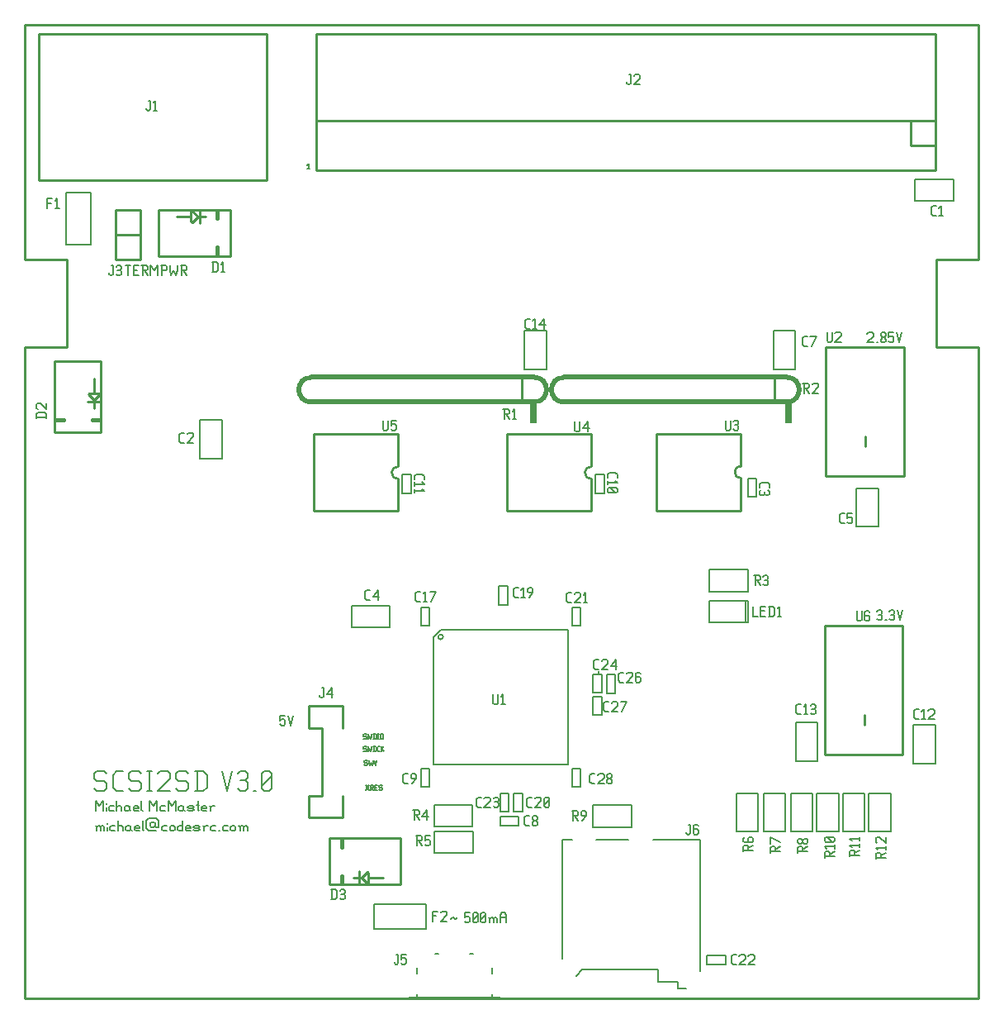
<source format=gto>
G04 start of page 13 for group -4079 idx -4079 *
G04 Title: (unknown), topsilk *
G04 Creator: pcb 20110918 *
G04 CreationDate: Thu 03 Oct 2013 10:13:16 GMT UTC *
G04 For: michael *
G04 Format: Gerber/RS-274X *
G04 PCB-Dimensions: 386000 393500 *
G04 PCB-Coordinate-Origin: lower left *
%MOIN*%
%FSLAX25Y25*%
%LNTOPSILK*%
%ADD155C,0.0200*%
%ADD154C,0.0060*%
%ADD153C,0.0100*%
%ADD152C,0.0080*%
%ADD151C,0.0001*%
G54D151*G36*
X307500Y241000D02*X310000D01*
Y232500D01*
X307500D01*
Y241000D01*
G37*
G36*
X204500Y240500D02*X207000D01*
Y232500D01*
X204500D01*
Y240500D01*
G37*
G54D152*X232000Y131500D02*Y132500D01*
G54D153*X368500Y263000D02*Y298500D01*
X385500Y393000D02*Y298500D01*
X368500D01*
Y263000D02*X385500D01*
Y500D01*
X17500Y298500D02*Y263000D01*
X385500Y500D02*X500D01*
Y263000D01*
Y298500D02*Y393000D01*
Y263000D02*X17500D01*
Y298500D02*X500D01*
Y393000D02*X385500D01*
G54D154*X344500Y156500D02*X345000Y157000D01*
X346000D01*
X346500Y156500D01*
X346000Y153000D02*X346500Y153500D01*
X345000Y153000D02*X346000D01*
X344500Y153500D02*X345000Y153000D01*
Y155200D02*X346000D01*
X346500Y156500D02*Y155700D01*
Y154700D02*Y153500D01*
Y154700D02*X346000Y155200D01*
X346500Y155700D02*X346000Y155200D01*
X347700Y153000D02*X348200D01*
X349400Y156500D02*X349900Y157000D01*
X350900D01*
X351400Y156500D01*
X350900Y153000D02*X351400Y153500D01*
X349900Y153000D02*X350900D01*
X349400Y153500D02*X349900Y153000D01*
Y155200D02*X350900D01*
X351400Y156500D02*Y155700D01*
Y154700D02*Y153500D01*
Y154700D02*X350900Y155200D01*
X351400Y155700D02*X350900Y155200D01*
X352600Y157000D02*X353600Y153000D01*
X354600Y157000D01*
X340500Y268500D02*X341000Y269000D01*
X342500D01*
X343000Y268500D01*
Y267500D01*
X340500Y265000D02*X343000Y267500D01*
X340500Y265000D02*X343000D01*
X344200D02*X344700D01*
X345900Y265500D02*X346400Y265000D01*
X345900Y266300D02*Y265500D01*
Y266300D02*X346600Y267000D01*
X347200D01*
X347900Y266300D01*
Y265500D01*
X347400Y265000D02*X347900Y265500D01*
X346400Y265000D02*X347400D01*
X345900Y267700D02*X346600Y267000D01*
X345900Y268500D02*Y267700D01*
Y268500D02*X346400Y269000D01*
X347400D01*
X347900Y268500D01*
Y267700D01*
X347200Y267000D02*X347900Y267700D01*
X349100Y269000D02*X351100D01*
X349100D02*Y267000D01*
X349600Y267500D01*
X350600D01*
X351100Y267000D01*
Y265500D01*
X350600Y265000D02*X351100Y265500D01*
X349600Y265000D02*X350600D01*
X349100Y265500D02*X349600Y265000D01*
X352300Y269000D02*X353300Y265000D01*
X354300Y269000D01*
X114500Y336600D02*X114900Y337000D01*
Y335000D01*
X114500D02*X115250D01*
X41000Y296000D02*X43000D01*
X42000D02*Y292000D01*
X44200Y294200D02*X45700D01*
X44200Y292000D02*X46200D01*
X44200Y296000D02*Y292000D01*
Y296000D02*X46200D01*
X47400D02*X49400D01*
X49900Y295500D01*
Y294500D01*
X49400Y294000D02*X49900Y294500D01*
X47900Y294000D02*X49400D01*
X47900Y296000D02*Y292000D01*
X48700Y294000D02*X49900Y292000D01*
X51100Y296000D02*Y292000D01*
Y296000D02*X52600Y294000D01*
X54100Y296000D01*
Y292000D01*
X55800Y296000D02*Y292000D01*
X55300Y296000D02*X57300D01*
X57800Y295500D01*
Y294500D01*
X57300Y294000D02*X57800Y294500D01*
X55800Y294000D02*X57300D01*
X59000Y296000D02*Y294000D01*
X59500Y292000D01*
X60500Y294000D01*
X61500Y292000D01*
X62000Y294000D01*
Y296000D02*Y294000D01*
X63200Y296000D02*X65200D01*
X65700Y295500D01*
Y294500D01*
X65200Y294000D02*X65700Y294500D01*
X63700Y294000D02*X65200D01*
X63700Y296000D02*Y292000D01*
X64500Y294000D02*X65700Y292000D01*
X103500Y114500D02*X105500D01*
X103500D02*Y112500D01*
X104000Y113000D01*
X105000D01*
X105500Y112500D01*
Y111000D01*
X105000Y110500D02*X105500Y111000D01*
X104000Y110500D02*X105000D01*
X103500Y111000D02*X104000Y110500D01*
X106700Y114500D02*X107700Y110500D01*
X108700Y114500D01*
X138000Y107000D02*X138250Y106750D01*
X137250Y107000D02*X138000D01*
X137000Y106750D02*X137250Y107000D01*
X137000Y106750D02*Y106250D01*
X137250Y106000D01*
X138000D01*
X138250Y105750D01*
Y105250D01*
X138000Y105000D02*X138250Y105250D01*
X137250Y105000D02*X138000D01*
X137000Y105250D02*X137250Y105000D01*
X138850Y107000D02*Y106000D01*
X139100Y105000D01*
X139600Y106000D01*
X140100Y105000D01*
X140350Y106000D01*
Y107000D02*Y106000D01*
X141200Y107000D02*Y105000D01*
X141850Y107000D02*X142200Y106650D01*
Y105350D01*
X141850Y105000D02*X142200Y105350D01*
X140950Y105000D02*X141850D01*
X140950Y107000D02*X141850D01*
X142800D02*X143300D01*
X143050D02*Y105000D01*
X142800D02*X143300D01*
X143900Y106750D02*Y105250D01*
Y106750D02*X144150Y107000D01*
X144650D01*
X144900Y106750D01*
Y105250D01*
X144650Y105000D02*X144900Y105250D01*
X144150Y105000D02*X144650D01*
X143900Y105250D02*X144150Y105000D01*
X138000Y102000D02*X138250Y101750D01*
X137250Y102000D02*X138000D01*
X137000Y101750D02*X137250Y102000D01*
X137000Y101750D02*Y101250D01*
X137250Y101000D01*
X138000D01*
X138250Y100750D01*
Y100250D01*
X138000Y100000D02*X138250Y100250D01*
X137250Y100000D02*X138000D01*
X137000Y100250D02*X137250Y100000D01*
X138850Y102000D02*Y101000D01*
X139100Y100000D01*
X139600Y101000D01*
X140100Y100000D01*
X140350Y101000D01*
Y102000D02*Y101000D01*
X141200Y102000D02*Y100000D01*
X141850Y102000D02*X142200Y101650D01*
Y100350D01*
X141850Y100000D02*X142200Y100350D01*
X140950Y100000D02*X141850D01*
X140950Y102000D02*X141850D01*
X143150Y100000D02*X143800D01*
X142800Y100350D02*X143150Y100000D01*
X142800Y101650D02*Y100350D01*
Y101650D02*X143150Y102000D01*
X143800D01*
X144400D02*Y100000D01*
Y101000D02*X145400Y102000D01*
X144400Y101000D02*X145400Y100000D01*
X138000Y84500D02*X139250Y86500D01*
X138000D02*X139250Y84500D01*
X139850Y86500D02*X140850D01*
X141100Y86250D01*
Y85750D01*
X140850Y85500D02*X141100Y85750D01*
X140100Y85500D02*X140850D01*
X140100Y86500D02*Y84500D01*
X140500Y85500D02*X141100Y84500D01*
X141700Y85600D02*X142450D01*
X141700Y84500D02*X142700D01*
X141700Y86500D02*Y84500D01*
Y86500D02*X142700D01*
X144300D02*X144550Y86250D01*
X143550Y86500D02*X144300D01*
X143300Y86250D02*X143550Y86500D01*
X143300Y86250D02*Y85750D01*
X143550Y85500D01*
X144300D01*
X144550Y85250D01*
Y84750D01*
X144300Y84500D02*X144550Y84750D01*
X143550Y84500D02*X144300D01*
X143300Y84750D02*X143550Y84500D01*
X138500Y96500D02*X138750Y96250D01*
X137750Y96500D02*X138500D01*
X137500Y96250D02*X137750Y96500D01*
X137500Y96250D02*Y95750D01*
X137750Y95500D01*
X138500D01*
X138750Y95250D01*
Y94750D01*
X138500Y94500D02*X138750Y94750D01*
X137750Y94500D02*X138500D01*
X137500Y94750D02*X137750Y94500D01*
X139350Y96500D02*Y95500D01*
X139600Y94500D01*
X140100Y95500D01*
X140600Y94500D01*
X140850Y95500D01*
Y96500D02*Y95500D01*
X141450Y96500D02*X141950Y94500D01*
X142450Y96500D01*
X172500Y32500D02*X173000Y33000D01*
X173500D01*
X174000Y32500D01*
X174500D01*
X175000Y33000D01*
X178000Y35000D02*X180000D01*
X178000D02*Y33000D01*
X178500Y33500D01*
X179500D01*
X180000Y33000D01*
Y31500D01*
X179500Y31000D02*X180000Y31500D01*
X178500Y31000D02*X179500D01*
X178000Y31500D02*X178500Y31000D01*
X181200Y31500D02*X181700Y31000D01*
X181200Y34500D02*Y31500D01*
Y34500D02*X181700Y35000D01*
X182700D01*
X183200Y34500D01*
Y31500D01*
X182700Y31000D02*X183200Y31500D01*
X181700Y31000D02*X182700D01*
X181200Y32000D02*X183200Y34000D01*
X184400Y31500D02*X184900Y31000D01*
X184400Y34500D02*Y31500D01*
Y34500D02*X184900Y35000D01*
X185900D01*
X186400Y34500D01*
Y31500D01*
X185900Y31000D02*X186400Y31500D01*
X184900Y31000D02*X185900D01*
X184400Y32000D02*X186400Y34000D01*
X188100Y32500D02*Y31000D01*
Y32500D02*X188600Y33000D01*
X189100D01*
X189600Y32500D01*
Y31000D01*
Y32500D02*X190100Y33000D01*
X190600D01*
X191100Y32500D01*
Y31000D01*
X187600Y33000D02*X188100Y32500D01*
X192300Y34000D02*Y31000D01*
Y34000D02*X193000Y35000D01*
X194100D01*
X194800Y34000D01*
Y31000D01*
X192300Y33000D02*X194800D01*
G54D152*X32500Y92000D02*X33500Y91000D01*
X29500Y92000D02*X32500D01*
X28500Y91000D02*X29500Y92000D01*
X28500Y91000D02*Y89000D01*
X29500Y88000D01*
X32500D01*
X33500Y87000D01*
Y85000D01*
X32500Y84000D02*X33500Y85000D01*
X29500Y84000D02*X32500D01*
X28500Y85000D02*X29500Y84000D01*
X37300D02*X39900D01*
X35900Y85400D02*X37300Y84000D01*
X35900Y90600D02*Y85400D01*
Y90600D02*X37300Y92000D01*
X39900D01*
X46300D02*X47300Y91000D01*
X43300Y92000D02*X46300D01*
X42300Y91000D02*X43300Y92000D01*
X42300Y91000D02*Y89000D01*
X43300Y88000D01*
X46300D01*
X47300Y87000D01*
Y85000D01*
X46300Y84000D02*X47300Y85000D01*
X43300Y84000D02*X46300D01*
X42300Y85000D02*X43300Y84000D01*
X49700Y92000D02*X51700D01*
X50700D02*Y84000D01*
X49700D02*X51700D01*
X54100Y91000D02*X55100Y92000D01*
X58100D01*
X59100Y91000D01*
Y89000D01*
X54100Y84000D02*X59100Y89000D01*
X54100Y84000D02*X59100D01*
X65500Y92000D02*X66500Y91000D01*
X62500Y92000D02*X65500D01*
X61500Y91000D02*X62500Y92000D01*
X61500Y91000D02*Y89000D01*
X62500Y88000D01*
X65500D01*
X66500Y87000D01*
Y85000D01*
X65500Y84000D02*X66500Y85000D01*
X62500Y84000D02*X65500D01*
X61500Y85000D02*X62500Y84000D01*
X69900Y92000D02*Y84000D01*
X72500Y92000D02*X73900Y90600D01*
Y85400D01*
X72500Y84000D02*X73900Y85400D01*
X68900Y84000D02*X72500D01*
X68900Y92000D02*X72500D01*
X79900D02*X81900Y84000D01*
X83900Y92000D01*
X86300Y91000D02*X87300Y92000D01*
X89300D01*
X90300Y91000D01*
X89300Y84000D02*X90300Y85000D01*
X87300Y84000D02*X89300D01*
X86300Y85000D02*X87300Y84000D01*
Y88400D02*X89300D01*
X90300Y91000D02*Y89400D01*
Y87400D02*Y85000D01*
Y87400D02*X89300Y88400D01*
X90300Y89400D02*X89300Y88400D01*
X92700Y84000D02*X93700D01*
X96100Y85000D02*X97100Y84000D01*
X96100Y91000D02*Y85000D01*
Y91000D02*X97100Y92000D01*
X99100D01*
X100100Y91000D01*
Y85000D01*
X99100Y84000D02*X100100Y85000D01*
X97100Y84000D02*X99100D01*
X96100Y86000D02*X100100Y90000D01*
G54D154*X29500Y69500D02*Y68000D01*
Y69500D02*X30000Y70000D01*
X30500D01*
X31000Y69500D01*
Y68000D01*
Y69500D02*X31500Y70000D01*
X32000D01*
X32500Y69500D01*
Y68000D01*
X29000Y70000D02*X29500Y69500D01*
X33700Y71000D02*Y70900D01*
Y69500D02*Y68000D01*
X35200Y70000D02*X36700D01*
X34700Y69500D02*X35200Y70000D01*
X34700Y69500D02*Y68500D01*
X35200Y68000D01*
X36700D01*
X37900Y72000D02*Y68000D01*
Y69500D02*X38400Y70000D01*
X39400D01*
X39900Y69500D01*
Y68000D01*
X42600Y70000D02*X43100Y69500D01*
X41600Y70000D02*X42600D01*
X41100Y69500D02*X41600Y70000D01*
X41100Y69500D02*Y68500D01*
X41600Y68000D01*
X43100Y70000D02*Y68500D01*
X43600Y68000D01*
X41600D02*X42600D01*
X43100Y68500D01*
X45300Y68000D02*X46800D01*
X44800Y68500D02*X45300Y68000D01*
X44800Y69500D02*Y68500D01*
Y69500D02*X45300Y70000D01*
X46300D01*
X46800Y69500D01*
X44800Y69000D02*X46800D01*
Y69500D02*Y69000D01*
X48000Y72000D02*Y68500D01*
X48500Y68000D01*
X49500Y72000D02*Y69000D01*
X50500Y68000D01*
X53500D01*
X54500Y72000D02*Y69500D01*
Y72000D02*X53500Y73000D01*
X50500D02*X53500D01*
X50500D02*X49500Y72000D01*
X51000Y71000D02*Y70000D01*
X51500Y69500D01*
X52500D01*
X53000Y70000D01*
X53500Y69500D01*
X53000Y71500D02*Y70000D01*
Y71000D02*X52500Y71500D01*
X51500D02*X52500D01*
X51500D02*X51000Y71000D01*
X53500Y69500D02*X54500D01*
X56200Y70000D02*X57700D01*
X55700Y69500D02*X56200Y70000D01*
X55700Y69500D02*Y68500D01*
X56200Y68000D01*
X57700D01*
X58900Y69500D02*Y68500D01*
Y69500D02*X59400Y70000D01*
X60400D01*
X60900Y69500D01*
Y68500D01*
X60400Y68000D02*X60900Y68500D01*
X59400Y68000D02*X60400D01*
X58900Y68500D02*X59400Y68000D01*
X64100Y72000D02*Y68000D01*
X63600D02*X64100Y68500D01*
X62600Y68000D02*X63600D01*
X62100Y68500D02*X62600Y68000D01*
X62100Y69500D02*Y68500D01*
Y69500D02*X62600Y70000D01*
X63600D01*
X64100Y69500D01*
X65800Y68000D02*X67300D01*
X65300Y68500D02*X65800Y68000D01*
X65300Y69500D02*Y68500D01*
Y69500D02*X65800Y70000D01*
X66800D01*
X67300Y69500D01*
X65300Y69000D02*X67300D01*
Y69500D02*Y69000D01*
X69000Y68000D02*X70500D01*
X71000Y68500D01*
X70500Y69000D02*X71000Y68500D01*
X69000Y69000D02*X70500D01*
X68500Y69500D02*X69000Y69000D01*
X68500Y69500D02*X69000Y70000D01*
X70500D01*
X71000Y69500D01*
X68500Y68500D02*X69000Y68000D01*
X72700Y69500D02*Y68000D01*
Y69500D02*X73200Y70000D01*
X74200D01*
X72200D02*X72700Y69500D01*
X75900Y70000D02*X77400D01*
X75400Y69500D02*X75900Y70000D01*
X75400Y69500D02*Y68500D01*
X75900Y68000D01*
X77400D01*
X78600D02*X79100D01*
X80800Y70000D02*X82300D01*
X80300Y69500D02*X80800Y70000D01*
X80300Y69500D02*Y68500D01*
X80800Y68000D01*
X82300D01*
X83500Y69500D02*Y68500D01*
Y69500D02*X84000Y70000D01*
X85000D01*
X85500Y69500D01*
Y68500D01*
X85000Y68000D02*X85500Y68500D01*
X84000Y68000D02*X85000D01*
X83500Y68500D02*X84000Y68000D01*
X87200Y69500D02*Y68000D01*
Y69500D02*X87700Y70000D01*
X88200D01*
X88700Y69500D01*
Y68000D01*
Y69500D02*X89200Y70000D01*
X89700D01*
X90200Y69500D01*
Y68000D01*
X86700Y70000D02*X87200Y69500D01*
X29000Y80000D02*Y76000D01*
Y80000D02*X30500Y78000D01*
X32000Y80000D01*
Y76000D01*
X33200Y79000D02*Y78900D01*
Y77500D02*Y76000D01*
X34700Y78000D02*X36200D01*
X34200Y77500D02*X34700Y78000D01*
X34200Y77500D02*Y76500D01*
X34700Y76000D01*
X36200D01*
X37400Y80000D02*Y76000D01*
Y77500D02*X37900Y78000D01*
X38900D01*
X39400Y77500D01*
Y76000D01*
X42100Y78000D02*X42600Y77500D01*
X41100Y78000D02*X42100D01*
X40600Y77500D02*X41100Y78000D01*
X40600Y77500D02*Y76500D01*
X41100Y76000D01*
X42600Y78000D02*Y76500D01*
X43100Y76000D01*
X41100D02*X42100D01*
X42600Y76500D01*
X44800Y76000D02*X46300D01*
X44300Y76500D02*X44800Y76000D01*
X44300Y77500D02*Y76500D01*
Y77500D02*X44800Y78000D01*
X45800D01*
X46300Y77500D01*
X44300Y77000D02*X46300D01*
Y77500D02*Y77000D01*
X47500Y80000D02*Y76500D01*
X48000Y76000D01*
X50800Y80000D02*Y76000D01*
Y80000D02*X52300Y78000D01*
X53800Y80000D01*
Y76000D01*
X55500Y78000D02*X57000D01*
X55000Y77500D02*X55500Y78000D01*
X55000Y77500D02*Y76500D01*
X55500Y76000D01*
X57000D01*
X58200Y80000D02*Y76000D01*
Y80000D02*X59700Y78000D01*
X61200Y80000D01*
Y76000D01*
X63900Y78000D02*X64400Y77500D01*
X62900Y78000D02*X63900D01*
X62400Y77500D02*X62900Y78000D01*
X62400Y77500D02*Y76500D01*
X62900Y76000D01*
X64400Y78000D02*Y76500D01*
X64900Y76000D01*
X62900D02*X63900D01*
X64400Y76500D01*
X66600Y76000D02*X68100D01*
X68600Y76500D01*
X68100Y77000D02*X68600Y76500D01*
X66600Y77000D02*X68100D01*
X66100Y77500D02*X66600Y77000D01*
X66100Y77500D02*X66600Y78000D01*
X68100D01*
X68600Y77500D01*
X66100Y76500D02*X66600Y76000D01*
X70300Y80000D02*Y76500D01*
X70800Y76000D01*
X69800Y78500D02*X70800D01*
X72300Y76000D02*X73800D01*
X71800Y76500D02*X72300Y76000D01*
X71800Y77500D02*Y76500D01*
Y77500D02*X72300Y78000D01*
X73300D01*
X73800Y77500D01*
X71800Y77000D02*X73800D01*
Y77500D02*Y77000D01*
X75500Y77500D02*Y76000D01*
Y77500D02*X76000Y78000D01*
X77000D01*
X75000D02*X75500Y77500D01*
G54D152*X359800Y330900D02*Y322100D01*
X375200D01*
Y330900D02*Y322100D01*
X359800Y330900D02*X375200D01*
G54D153*X118000Y354500D02*X368000D01*
X118000D02*Y334500D01*
X368000D01*
Y354500D02*Y334500D01*
X358000Y354500D02*Y344500D01*
X368000D01*
Y389500D02*Y354500D01*
X118000Y389500D02*X368000D01*
X118000D02*Y354500D01*
X117000Y228000D02*X151000D01*
X117000D02*Y197000D01*
X151000D01*
Y228000D02*Y215000D01*
Y210000D02*Y197000D01*
Y215000D02*G75*G03X151000Y210000I0J-2500D01*G01*
G54D152*X202100Y269700D02*X210900D01*
X202100D02*Y254300D01*
X210900D01*
Y269700D02*Y254300D01*
G54D154*X152728Y204291D02*X156271D01*
Y211771D02*Y204291D01*
X152728Y211771D02*X156271D01*
X152728D02*Y204291D01*
G54D153*X6000Y330500D02*X98000D01*
X6000D02*Y389500D01*
X98000D01*
Y330500D01*
G54D152*X71100Y233700D02*X79900D01*
X71100D02*Y218300D01*
X79900D01*
Y233700D02*Y218300D01*
G54D153*X37000Y318500D02*X47000D01*
X37000D02*Y298500D01*
X47000D01*
Y318500D02*Y298500D01*
X37000Y318500D02*Y308500D01*
X47000D01*
X83208Y318646D02*Y299748D01*
X54468Y318646D02*X83208D01*
X54468D02*Y299748D01*
X83208D01*
X78484Y303685D02*Y299748D01*
X77696Y303685D02*X78484D01*
X77696D02*Y300536D01*
X78484Y318646D02*Y314709D01*
X77696D02*X78484D01*
X77696Y317859D02*Y314709D01*
X67854Y313528D02*X70216Y315890D01*
X67460Y318646D01*
Y313922D01*
X67854Y313528D01*
X61555Y315890D02*X67460D01*
X71003Y318646D02*Y313134D01*
X70216Y315890D02*X73366D01*
G54D152*X17000Y325500D02*X27000D01*
X17000D02*Y304500D01*
X27000D01*
Y325500D02*Y304500D01*
G54D153*X12248Y228792D02*X31146D01*
Y257532D02*Y228792D01*
X12248Y257532D02*X31146D01*
X12248D02*Y228792D01*
Y233516D02*X16185D01*
Y234304D02*Y233516D01*
X13036Y234304D02*X16185D01*
X27209Y233516D02*X31146D01*
X27209Y234304D02*Y233516D01*
Y234304D02*X30359D01*
X26028Y244146D02*X28390Y241784D01*
X31146Y244540D01*
X26422D02*X31146D01*
X26422D02*X26028Y244146D01*
X28390Y250445D02*Y244540D01*
X25634Y240997D02*X31146D01*
X28390Y241784D02*Y238634D01*
G54D155*X116000Y251000D02*X206000D01*
X116000Y241000D02*X206000D01*
G54D153*X201000Y251000D02*Y241000D01*
G54D155*X206000D02*G75*G03X206000Y251000I0J5000D01*G01*
X116000D02*G75*G03X116000Y241000I0J-5000D01*G01*
G54D152*X292200Y160900D02*Y152100D01*
X276800Y160900D02*X292200D01*
X276800D02*Y152100D01*
X292200D01*
X291200Y160900D02*Y152100D01*
G54D153*X255500Y228250D02*X289500D01*
X255500D02*Y197250D01*
X289500D01*
Y228250D02*Y215250D01*
Y210250D02*Y197250D01*
Y215250D02*G75*G03X289500Y210250I0J-2500D01*G01*
G54D152*X292200Y173400D02*Y164600D01*
X276800Y173400D02*X292200D01*
X276800D02*Y164600D01*
X292200D01*
G54D154*X292228Y202728D02*X295771D01*
Y210208D02*Y202728D01*
X292228Y210208D02*X295771D01*
X292228D02*Y202728D01*
G54D152*X336100Y190800D02*X344900D01*
Y206200D02*Y190800D01*
X336100Y206200D02*X344900D01*
X336100D02*Y190800D01*
X302600Y269700D02*X311400D01*
X302600D02*Y254300D01*
X311400D01*
Y269700D02*Y254300D01*
G54D154*X230728Y204291D02*X234271D01*
Y211771D02*Y204291D01*
X230728Y211771D02*X234271D01*
X230728D02*Y204291D01*
G54D153*X195000Y228000D02*X229000D01*
X195000D02*Y197000D01*
X229000D01*
Y228000D02*Y215000D01*
Y210000D02*Y197000D01*
Y215000D02*G75*G03X229000Y210000I0J-2500D01*G01*
G54D155*X218000Y251000D02*X308000D01*
X218000Y241000D02*X308000D01*
G54D153*X303000Y251000D02*Y241000D01*
G54D155*X308000D02*G75*G03X308000Y251000I0J5000D01*G01*
X218000D02*G75*G03X218000Y241000I0J-5000D01*G01*
G54D153*X355250Y263250D02*Y211250D01*
X323750D02*X355250D01*
X323750Y263250D02*Y211250D01*
Y263250D02*X355250D01*
X339750Y227250D02*Y223250D01*
G54D152*X168241Y149159D02*X219659D01*
Y94841D01*
X165341D01*
Y146259D01*
X168241Y149159D01*
X167241Y146259D02*G75*G03X167241Y146259I1000J0D01*G01*
G54D154*X191728Y159228D02*X195271D01*
Y166708D02*Y159228D01*
X191728Y166708D02*X195271D01*
X191728D02*Y159228D01*
X221228Y150728D02*X224771D01*
Y158208D02*Y150728D01*
X221228Y158208D02*X224771D01*
X221228D02*Y150728D01*
Y85791D02*X224771D01*
Y93271D02*Y85791D01*
X221228Y93271D02*X224771D01*
X221228D02*Y85791D01*
X229728Y123728D02*X233271D01*
Y131208D02*Y123728D01*
X229728Y131208D02*X233271D01*
X229728D02*Y123728D01*
X235300Y123656D02*X238843D01*
Y131136D02*Y123656D01*
X235300Y131136D02*X238843D01*
X235300D02*Y123656D01*
X229729Y122272D02*X233272D01*
X229729D02*Y114792D01*
X233272D01*
Y122272D02*Y114792D01*
X160229Y158209D02*X163772D01*
X160229D02*Y150729D01*
X163772D01*
Y158209D02*Y150729D01*
G54D152*X132300Y158900D02*Y150100D01*
X147700D01*
Y158900D02*Y150100D01*
X132300Y158900D02*X147700D01*
G54D154*X160228Y85728D02*X163771D01*
Y93208D02*Y85728D01*
X160228Y93208D02*X163771D01*
X160228D02*Y85728D01*
X192228Y70229D02*Y73772D01*
X199708Y70229D02*X192228D01*
X199708Y73772D02*Y70229D01*
X192228Y73772D02*X199708D01*
X197729Y83209D02*X201272D01*
X197729D02*Y75729D01*
X201272D01*
Y83209D02*Y75729D01*
G54D152*X165800Y67900D02*Y59100D01*
X181200D01*
Y67900D02*Y59100D01*
X165800Y67900D02*X181200D01*
X165739Y78652D02*Y69852D01*
X181139D01*
Y78652D01*
X165739D01*
G54D154*X192229Y83209D02*X195772D01*
X192229D02*Y75729D01*
X195772D01*
Y83209D02*Y75729D01*
G54D153*X114894Y73500D02*X128694D01*
X114894Y118500D02*X128694D01*
Y109406D01*
X128700Y109400D01*
X128600Y82300D02*Y73500D01*
X114900Y118500D02*Y109400D01*
Y82200D02*Y73500D01*
Y109400D02*X120300D01*
Y82200D01*
X114900D02*X120300D01*
G54D154*X275791Y17772D02*Y14229D01*
X283271D01*
Y17772D02*Y14229D01*
X275791Y17772D02*X283271D01*
G54D152*X311600Y96300D02*X320400D01*
Y111700D02*Y96300D01*
X311600Y111700D02*X320400D01*
X311600D02*Y96300D01*
X359100Y95300D02*X367900D01*
Y110700D02*Y95300D01*
X359100Y110700D02*X367900D01*
X359100D02*Y95300D01*
G54D153*X354750Y150750D02*Y98750D01*
X323250D02*X354750D01*
X323250Y150750D02*Y98750D01*
Y150750D02*X354750D01*
X339250Y114750D02*Y110750D01*
G54D152*X341100Y67800D02*X349900D01*
Y83200D02*Y67800D01*
X341100Y83200D02*X349900D01*
X341100D02*Y67800D01*
X330600D02*X339400D01*
Y83200D02*Y67800D01*
X330600Y83200D02*X339400D01*
X330600D02*Y67800D01*
X320100D02*X328900D01*
Y83200D02*Y67800D01*
X320100Y83200D02*X328900D01*
X320100D02*Y67800D01*
X309600D02*X318400D01*
Y83200D02*Y67800D01*
X309600Y83200D02*X318400D01*
X309600D02*Y67800D01*
X298600D02*X307400D01*
Y83200D02*Y67800D01*
X298600Y83200D02*X307400D01*
X298600D02*Y67800D01*
X287600D02*X296400D01*
Y83200D02*Y67800D01*
X287600Y83200D02*X296400D01*
X287600D02*Y67800D01*
G54D154*X155221Y791D02*X192229D01*
X158764D02*Y2169D01*
Y10634D02*Y12799D01*
X188882Y791D02*Y2169D01*
Y10634D02*Y12799D01*
X166047Y18508D02*X167229D01*
X180024D02*X181402D01*
G54D152*X162500Y38500D02*Y28500D01*
X141500Y38500D02*X162500D01*
X141500D02*Y28500D01*
X162500D01*
X245200Y78400D02*Y69600D01*
X229800Y78400D02*X245200D01*
X229800D02*Y69600D01*
X245200D01*
G54D154*X256000Y7000D02*X264000D01*
X256000Y12000D02*Y7000D01*
X225500Y12000D02*X256000D01*
X225500D02*X223000Y9500D01*
X264000Y7000D02*Y4500D01*
X267500D01*
X273000Y64500D02*Y11500D01*
X254000Y64500D02*X273000D01*
X231000D02*X244000D01*
X217500D02*X221500D01*
X217500D02*Y16500D01*
G54D153*X123292Y65252D02*Y46354D01*
X152032D01*
Y65252D01*
X123292D01*
X128016D02*Y61315D01*
X128804D01*
Y64464D01*
X128016Y46354D02*Y50291D01*
X128804D01*
Y47141D01*
X138646Y51472D02*X136284Y49110D01*
X139040Y46354D01*
Y51078D01*
X138646Y51472D01*
X139040Y49110D02*X144945D01*
X135497Y51866D02*Y46354D01*
X133134Y49110D02*X136284D01*
G54D154*X294200Y158600D02*Y154600D01*
X296200D01*
X297400Y156800D02*X298900D01*
X297400Y154600D02*X299400D01*
X297400Y158600D02*Y154600D01*
Y158600D02*X299400D01*
X301100D02*Y154600D01*
X302400Y158600D02*X303100Y157900D01*
Y155300D01*
X302400Y154600D02*X303100Y155300D01*
X300600Y154600D02*X302400D01*
X300600Y158600D02*X302400D01*
X304300Y157800D02*X305100Y158600D01*
Y154600D01*
X304300D02*X305800D01*
X329900Y192100D02*X331200D01*
X329200Y192800D02*X329900Y192100D01*
X329200Y195400D02*Y192800D01*
Y195400D02*X329900Y196100D01*
X331200D01*
X332400D02*X334400D01*
X332400D02*Y194100D01*
X332900Y194600D01*
X333900D01*
X334400Y194100D01*
Y192600D01*
X333900Y192100D02*X334400Y192600D01*
X332900Y192100D02*X333900D01*
X332400Y192600D02*X332900Y192100D01*
X294700Y171100D02*X296700D01*
X297200Y170600D01*
Y169600D01*
X296700Y169100D02*X297200Y169600D01*
X295200Y169100D02*X296700D01*
X295200Y171100D02*Y167100D01*
X296000Y169100D02*X297200Y167100D01*
X298400Y170600D02*X298900Y171100D01*
X299900D01*
X300400Y170600D01*
X299900Y167100D02*X300400Y167600D01*
X298900Y167100D02*X299900D01*
X298400Y167600D02*X298900Y167100D01*
Y169300D02*X299900D01*
X300400Y170600D02*Y169800D01*
Y168800D02*Y167600D01*
Y168800D02*X299900Y169300D01*
X300400Y169800D02*X299900Y169300D01*
X296965Y207865D02*Y206565D01*
X297665Y208565D02*X296965Y207865D01*
X297665Y208565D02*X300265D01*
X300965Y207865D01*
Y206565D01*
X300465Y205365D02*X300965Y204865D01*
Y203865D01*
X300465Y203365D01*
X296965Y203865D02*X297465Y203365D01*
X296965Y204865D02*Y203865D01*
X297465Y205365D02*X296965Y204865D01*
X299165D02*Y203865D01*
X299665Y203365D02*X300465D01*
X297465D02*X298665D01*
X299165Y203865D01*
X299665Y203365D02*X299165Y203865D01*
X286266Y14104D02*X287566D01*
X285566Y14804D02*X286266Y14104D01*
X285566Y17404D02*Y14804D01*
Y17404D02*X286266Y18104D01*
X287566D01*
X288766Y17604D02*X289266Y18104D01*
X290766D01*
X291266Y17604D01*
Y16604D01*
X288766Y14104D02*X291266Y16604D01*
X288766Y14104D02*X291266D01*
X292466Y17604D02*X292966Y18104D01*
X294466D01*
X294966Y17604D01*
Y16604D01*
X292466Y14104D02*X294966Y16604D01*
X292466Y14104D02*X294966D01*
X290400Y61700D02*Y59700D01*
Y61700D02*X290900Y62200D01*
X291900D01*
X292400Y61700D02*X291900Y62200D01*
X292400Y61700D02*Y60200D01*
X290400D02*X294400D01*
X292400Y61000D02*X294400Y62200D01*
X290400Y64900D02*X290900Y65400D01*
X290400Y64900D02*Y63900D01*
X290900Y63400D02*X290400Y63900D01*
X290900Y63400D02*X293900D01*
X294400Y63900D01*
X292200Y64900D02*X292700Y65400D01*
X292200Y64900D02*Y63400D01*
X294400Y64900D02*Y63900D01*
Y64900D02*X293900Y65400D01*
X292700D02*X293900D01*
X312400Y115100D02*X313700D01*
X311700Y115800D02*X312400Y115100D01*
X311700Y118400D02*Y115800D01*
Y118400D02*X312400Y119100D01*
X313700D01*
X314900Y118300D02*X315700Y119100D01*
Y115100D01*
X314900D02*X316400D01*
X317600Y118600D02*X318100Y119100D01*
X319100D01*
X319600Y118600D01*
X319100Y115100D02*X319600Y115600D01*
X318100Y115100D02*X319100D01*
X317600Y115600D02*X318100Y115100D01*
Y117300D02*X319100D01*
X319600Y118600D02*Y117800D01*
Y116800D02*Y115600D01*
Y116800D02*X319100Y117300D01*
X319600Y117800D02*X319100Y117300D01*
X359900Y113100D02*X361200D01*
X359200Y113800D02*X359900Y113100D01*
X359200Y116400D02*Y113800D01*
Y116400D02*X359900Y117100D01*
X361200D01*
X362400Y116300D02*X363200Y117100D01*
Y113100D01*
X362400D02*X363900D01*
X365100Y116600D02*X365600Y117100D01*
X367100D01*
X367600Y116600D01*
Y115600D01*
X365100Y113100D02*X367600Y115600D01*
X365100Y113100D02*X367600D01*
X336250Y156750D02*Y153250D01*
X336750Y152750D01*
X337750D01*
X338250Y153250D01*
Y156750D02*Y153250D01*
X340950Y156750D02*X341450Y156250D01*
X339950Y156750D02*X340950D01*
X339450Y156250D02*X339950Y156750D01*
X339450Y156250D02*Y153250D01*
X339950Y152750D01*
X340950Y154950D02*X341450Y154450D01*
X339450Y154950D02*X340950D01*
X339950Y152750D02*X340950D01*
X341450Y153250D01*
Y154450D02*Y153250D01*
X343900Y58700D02*Y56700D01*
Y58700D02*X344400Y59200D01*
X345400D01*
X345900Y58700D02*X345400Y59200D01*
X345900Y58700D02*Y57200D01*
X343900D02*X347900D01*
X345900Y58000D02*X347900Y59200D01*
X344700Y60400D02*X343900Y61200D01*
X347900D01*
Y61900D02*Y60400D01*
X344400Y63100D02*X343900Y63600D01*
Y65100D02*Y63600D01*
Y65100D02*X344400Y65600D01*
X345400D01*
X347900Y63100D02*X345400Y65600D01*
X347900D02*Y63100D01*
X333400Y59700D02*Y57700D01*
Y59700D02*X333900Y60200D01*
X334900D01*
X335400Y59700D02*X334900Y60200D01*
X335400Y59700D02*Y58200D01*
X333400D02*X337400D01*
X335400Y59000D02*X337400Y60200D01*
X334200Y61400D02*X333400Y62200D01*
X337400D01*
Y62900D02*Y61400D01*
X334200Y64100D02*X333400Y64900D01*
X337400D01*
Y65600D02*Y64100D01*
X323217Y59224D02*Y57224D01*
Y59224D02*X323717Y59724D01*
X324717D01*
X325217Y59224D02*X324717Y59724D01*
X325217Y59224D02*Y57724D01*
X323217D02*X327217D01*
X325217Y58524D02*X327217Y59724D01*
X324017Y60924D02*X323217Y61724D01*
X327217D01*
Y62424D02*Y60924D01*
X326717Y63624D02*X327217Y64124D01*
X323717Y63624D02*X326717D01*
X323717D02*X323217Y64124D01*
Y65124D02*Y64124D01*
Y65124D02*X323717Y65624D01*
X326717D01*
X327217Y65124D02*X326717Y65624D01*
X327217Y65124D02*Y64124D01*
X326217Y63624D02*X324217Y65624D01*
X312400Y61200D02*Y59200D01*
Y61200D02*X312900Y61700D01*
X313900D01*
X314400Y61200D02*X313900Y61700D01*
X314400Y61200D02*Y59700D01*
X312400D02*X316400D01*
X314400Y60500D02*X316400Y61700D01*
X315900Y62900D02*X316400Y63400D01*
X315100Y62900D02*X315900D01*
X315100D02*X314400Y63600D01*
Y64200D02*Y63600D01*
Y64200D02*X315100Y64900D01*
X315900D01*
X316400Y64400D02*X315900Y64900D01*
X316400Y64400D02*Y63400D01*
X313700Y62900D02*X314400Y63600D01*
X312900Y62900D02*X313700D01*
X312900D02*X312400Y63400D01*
Y64400D02*Y63400D01*
Y64400D02*X312900Y64900D01*
X313700D01*
X314400Y64200D02*X313700Y64900D01*
X301400Y61200D02*Y59200D01*
Y61200D02*X301900Y61700D01*
X302900D01*
X303400Y61200D02*X302900Y61700D01*
X303400Y61200D02*Y59700D01*
X301400D02*X305400D01*
X303400Y60500D02*X305400Y61700D01*
Y63400D02*X301400Y65400D01*
Y62900D01*
X145000Y233500D02*Y230000D01*
X145500Y229500D01*
X146500D01*
X147000Y230000D01*
Y233500D02*Y230000D01*
X148200Y233500D02*X150200D01*
X148200D02*Y231500D01*
X148700Y232000D01*
X149700D01*
X150200Y231500D01*
Y230000D01*
X149700Y229500D02*X150200Y230000D01*
X148700Y229500D02*X149700D01*
X148200Y230000D02*X148700Y229500D01*
X202900Y270600D02*X204200D01*
X202200Y271300D02*X202900Y270600D01*
X202200Y273900D02*Y271300D01*
Y273900D02*X202900Y274600D01*
X204200D01*
X205400Y273800D02*X206200Y274600D01*
Y270600D01*
X205400D02*X206900D01*
X208100Y272100D02*X210100Y274600D01*
X208100Y272100D02*X210600D01*
X210100Y274600D02*Y270600D01*
X222500Y233000D02*Y229500D01*
X223000Y229000D01*
X224000D01*
X224500Y229500D01*
Y233000D02*Y229500D01*
X225700Y230500D02*X227700Y233000D01*
X225700Y230500D02*X228200D01*
X227700Y233000D02*Y229000D01*
X193500Y238000D02*X195500D01*
X196000Y237500D01*
Y236500D01*
X195500Y236000D02*X196000Y236500D01*
X194000Y236000D02*X195500D01*
X194000Y238000D02*Y234000D01*
X194800Y236000D02*X196000Y234000D01*
X197200Y237200D02*X198000Y238000D01*
Y234000D01*
X197200D02*X198700D01*
X366900Y316100D02*X368200D01*
X366200Y316800D02*X366900Y316100D01*
X366200Y319400D02*Y316800D01*
Y319400D02*X366900Y320100D01*
X368200D01*
X369400Y319300D02*X370200Y320100D01*
Y316100D01*
X369400D02*X370900D01*
X283250Y233500D02*Y230000D01*
X283750Y229500D01*
X284750D01*
X285250Y230000D01*
Y233500D02*Y230000D01*
X286450Y233000D02*X286950Y233500D01*
X287950D01*
X288450Y233000D01*
X287950Y229500D02*X288450Y230000D01*
X286950Y229500D02*X287950D01*
X286450Y230000D02*X286950Y229500D01*
Y231700D02*X287950D01*
X288450Y233000D02*Y232200D01*
Y231200D02*Y230000D01*
Y231200D02*X287950Y231700D01*
X288450Y232200D02*X287950Y231700D01*
X314900Y263600D02*X316200D01*
X314200Y264300D02*X314900Y263600D01*
X314200Y266900D02*Y264300D01*
Y266900D02*X314900Y267600D01*
X316200D01*
X317900Y263600D02*X319900Y267600D01*
X317400D02*X319900D01*
X314500Y248500D02*X316500D01*
X317000Y248000D01*
Y247000D01*
X316500Y246500D02*X317000Y247000D01*
X315000Y246500D02*X316500D01*
X315000Y248500D02*Y244500D01*
X315800Y246500D02*X317000Y244500D01*
X318200Y248000D02*X318700Y248500D01*
X320200D01*
X320700Y248000D01*
Y247000D01*
X318200Y244500D02*X320700Y247000D01*
X318200Y244500D02*X320700D01*
X324250Y269250D02*Y265750D01*
X324750Y265250D01*
X325750D01*
X326250Y265750D01*
Y269250D02*Y265750D01*
X327450Y268750D02*X327950Y269250D01*
X329450D01*
X329950Y268750D01*
Y267750D01*
X327450Y265250D02*X329950Y267750D01*
X327450Y265250D02*X329950D01*
X50200Y362500D02*X51000D01*
Y359000D01*
X50500Y358500D02*X51000Y359000D01*
X50000Y358500D02*X50500D01*
X49500Y359000D02*X50000Y358500D01*
X49500Y359500D02*Y359000D01*
X52200Y361700D02*X53000Y362500D01*
Y358500D01*
X52200D02*X53700D01*
X244200Y373000D02*X245000D01*
Y369500D01*
X244500Y369000D02*X245000Y369500D01*
X244000Y369000D02*X244500D01*
X243500Y369500D02*X244000Y369000D01*
X243500Y370000D02*Y369500D01*
X246200Y372500D02*X246700Y373000D01*
X248200D01*
X248700Y372500D01*
Y371500D01*
X246200Y369000D02*X248700Y371500D01*
X246200Y369000D02*X248700D01*
X63400Y224600D02*X64700D01*
X62700Y225300D02*X63400Y224600D01*
X62700Y227900D02*Y225300D01*
Y227900D02*X63400Y228600D01*
X64700D01*
X65900Y228100D02*X66400Y228600D01*
X67900D01*
X68400Y228100D01*
Y227100D01*
X65900Y224600D02*X68400Y227100D01*
X65900Y224600D02*X68400D01*
X5091Y234910D02*X9091D01*
X5091Y236210D02*X5791Y236910D01*
X8391D01*
X9091Y236210D02*X8391Y236910D01*
X9091Y236210D02*Y234410D01*
X5091Y236210D02*Y234410D01*
X5591Y238110D02*X5091Y238610D01*
Y240110D02*Y238610D01*
Y240110D02*X5591Y240610D01*
X6591D01*
X9091Y238110D02*X6591Y240610D01*
X9091D02*Y238110D01*
X35200Y296000D02*X36000D01*
Y292500D01*
X35500Y292000D02*X36000Y292500D01*
X35000Y292000D02*X35500D01*
X34500Y292500D02*X35000Y292000D01*
X34500Y293000D02*Y292500D01*
X37200Y295500D02*X37700Y296000D01*
X38700D01*
X39200Y295500D01*
X38700Y292000D02*X39200Y292500D01*
X37700Y292000D02*X38700D01*
X37200Y292500D02*X37700Y292000D01*
Y294200D02*X38700D01*
X39200Y295500D02*Y294700D01*
Y293700D02*Y292500D01*
Y293700D02*X38700Y294200D01*
X39200Y294700D02*X38700Y294200D01*
X9500Y323000D02*Y319000D01*
Y323000D02*X11500D01*
X9500Y321200D02*X11000D01*
X12700Y322200D02*X13500Y323000D01*
Y319000D01*
X12700D02*X14200D01*
X76409Y297409D02*Y293409D01*
X77709Y297409D02*X78409Y296709D01*
Y294109D01*
X77709Y293409D02*X78409Y294109D01*
X75909Y293409D02*X77709D01*
X75909Y297409D02*X77709D01*
X79609Y296609D02*X80409Y297409D01*
Y293409D01*
X79609D02*X81109D01*
X157535Y211172D02*Y209872D01*
X158235Y211872D02*X157535Y211172D01*
X158235Y211872D02*X160835D01*
X161535Y211172D01*
Y209872D01*
X160735Y208672D02*X161535Y207872D01*
X157535D02*X161535D01*
X157535Y208672D02*Y207172D01*
X160735Y205972D02*X161535Y205172D01*
X157535D02*X161535D01*
X157535Y205972D02*Y204472D01*
X235535Y211672D02*Y210372D01*
X236235Y212372D02*X235535Y211672D01*
X236235Y212372D02*X238835D01*
X239535Y211672D01*
Y210372D01*
X238735Y209172D02*X239535Y208372D01*
X235535D02*X239535D01*
X235535Y209172D02*Y207672D01*
X236035Y206472D02*X235535Y205972D01*
X236035Y206472D02*X239035D01*
X239535Y205972D01*
Y204972D01*
X239035Y204472D01*
X236035D02*X239035D01*
X235535Y204972D02*X236035Y204472D01*
X235535Y205972D02*Y204972D01*
X236535Y206472D02*X238535Y204472D01*
X189500Y123000D02*Y119500D01*
X190000Y119000D01*
X191000D01*
X191500Y119500D01*
Y123000D02*Y119500D01*
X192700Y122200D02*X193500Y123000D01*
Y119000D01*
X192700D02*X194200D01*
X198265Y162035D02*X199565D01*
X197565Y162735D02*X198265Y162035D01*
X197565Y165335D02*Y162735D01*
Y165335D02*X198265Y166035D01*
X199565D01*
X200765Y165235D02*X201565Y166035D01*
Y162035D01*
X200765D02*X202265D01*
X203965D02*X205465Y164035D01*
Y165535D02*Y164035D01*
X204965Y166035D02*X205465Y165535D01*
X203965Y166035D02*X204965D01*
X203465Y165535D02*X203965Y166035D01*
X203465Y165535D02*Y164535D01*
X203965Y164035D01*
X205465D01*
X219765Y160035D02*X221065D01*
X219065Y160735D02*X219765Y160035D01*
X219065Y163335D02*Y160735D01*
Y163335D02*X219765Y164035D01*
X221065D01*
X222265Y163535D02*X222765Y164035D01*
X224265D01*
X224765Y163535D01*
Y162535D01*
X222265Y160035D02*X224765Y162535D01*
X222265Y160035D02*X224765D01*
X225965Y163235D02*X226765Y164035D01*
Y160035D01*
X225965D02*X227465D01*
X230765Y133035D02*X232065D01*
X230065Y133735D02*X230765Y133035D01*
X230065Y136335D02*Y133735D01*
Y136335D02*X230765Y137035D01*
X232065D01*
X233265Y136535D02*X233765Y137035D01*
X235265D01*
X235765Y136535D01*
Y135535D01*
X233265Y133035D02*X235765Y135535D01*
X233265Y133035D02*X235765D01*
X236965Y134535D02*X238965Y137035D01*
X236965Y134535D02*X239465D01*
X238965Y137035D02*Y133035D01*
X240693Y127963D02*X241993D01*
X239993Y128663D02*X240693Y127963D01*
X239993Y131263D02*Y128663D01*
Y131263D02*X240693Y131963D01*
X241993D01*
X243193Y131463D02*X243693Y131963D01*
X245193D01*
X245693Y131463D01*
Y130463D01*
X243193Y127963D02*X245693Y130463D01*
X243193Y127963D02*X245693D01*
X248393Y131963D02*X248893Y131463D01*
X247393Y131963D02*X248393D01*
X246893Y131463D02*X247393Y131963D01*
X246893Y131463D02*Y128463D01*
X247393Y127963D01*
X248393Y130163D02*X248893Y129663D01*
X246893Y130163D02*X248393D01*
X247393Y127963D02*X248393D01*
X248893Y128463D01*
Y129663D02*Y128463D01*
X234765Y116035D02*X236065D01*
X234065Y116735D02*X234765Y116035D01*
X234065Y119335D02*Y116735D01*
Y119335D02*X234765Y120035D01*
X236065D01*
X237265Y119535D02*X237765Y120035D01*
X239265D01*
X239765Y119535D01*
Y118535D01*
X237265Y116035D02*X239765Y118535D01*
X237265Y116035D02*X239765D01*
X241465D02*X243465Y120035D01*
X240965D02*X243465D01*
X158765Y160472D02*X160065D01*
X158065Y161172D02*X158765Y160472D01*
X158065Y163772D02*Y161172D01*
Y163772D02*X158765Y164472D01*
X160065D01*
X161265Y163672D02*X162065Y164472D01*
Y160472D01*
X161265D02*X162765D01*
X164465D02*X166465Y164472D01*
X163965D02*X166465D01*
X138400Y161100D02*X139700D01*
X137700Y161800D02*X138400Y161100D01*
X137700Y164400D02*Y161800D01*
Y164400D02*X138400Y165100D01*
X139700D01*
X140900Y162600D02*X142900Y165100D01*
X140900Y162600D02*X143400D01*
X142900Y165100D02*Y161100D01*
X120200Y125800D02*X121000D01*
Y122300D01*
X120500Y121800D02*X121000Y122300D01*
X120000Y121800D02*X120500D01*
X119500Y122300D02*X120000Y121800D01*
X119500Y122800D02*Y122300D01*
X122200Y123300D02*X124200Y125800D01*
X122200Y123300D02*X124700D01*
X124200Y125800D02*Y121800D01*
X229202Y87035D02*X230502D01*
X228502Y87735D02*X229202Y87035D01*
X228502Y90335D02*Y87735D01*
Y90335D02*X229202Y91035D01*
X230502D01*
X231702Y90535D02*X232202Y91035D01*
X233702D01*
X234202Y90535D01*
Y89535D01*
X231702Y87035D02*X234202Y89535D01*
X231702Y87035D02*X234202D01*
X235402Y87535D02*X235902Y87035D01*
X235402Y88335D02*Y87535D01*
Y88335D02*X236102Y89035D01*
X236702D01*
X237402Y88335D01*
Y87535D01*
X236902Y87035D02*X237402Y87535D01*
X235902Y87035D02*X236902D01*
X235402Y89735D02*X236102Y89035D01*
X235402Y90535D02*Y89735D01*
Y90535D02*X235902Y91035D01*
X236902D01*
X237402Y90535D01*
Y89735D01*
X236702Y89035D02*X237402Y89735D01*
X202765Y70035D02*X204065D01*
X202065Y70735D02*X202765Y70035D01*
X202065Y73335D02*Y70735D01*
Y73335D02*X202765Y74035D01*
X204065D01*
X205265Y70535D02*X205765Y70035D01*
X205265Y71335D02*Y70535D01*
Y71335D02*X205965Y72035D01*
X206565D01*
X207265Y71335D01*
Y70535D01*
X206765Y70035D02*X207265Y70535D01*
X205765Y70035D02*X206765D01*
X205265Y72735D02*X205965Y72035D01*
X205265Y73535D02*Y72735D01*
Y73535D02*X205765Y74035D01*
X206765D01*
X207265Y73535D01*
Y72735D01*
X206565Y72035D02*X207265Y72735D01*
X203828Y77535D02*X205128D01*
X203128Y78235D02*X203828Y77535D01*
X203128Y80835D02*Y78235D01*
Y80835D02*X203828Y81535D01*
X205128D01*
X206328Y81035D02*X206828Y81535D01*
X208328D01*
X208828Y81035D01*
Y80035D01*
X206328Y77535D02*X208828Y80035D01*
X206328Y77535D02*X208828D01*
X210028Y78035D02*X210528Y77535D01*
X210028Y81035D02*Y78035D01*
Y81035D02*X210528Y81535D01*
X211528D01*
X212028Y81035D01*
Y78035D01*
X211528Y77535D02*X212028Y78035D01*
X210528Y77535D02*X211528D01*
X210028Y78535D02*X212028Y80535D01*
X221200Y76100D02*X223200D01*
X223700Y75600D01*
Y74600D01*
X223200Y74100D02*X223700Y74600D01*
X221700Y74100D02*X223200D01*
X221700Y76100D02*Y72100D01*
X222500Y74100D02*X223700Y72100D01*
X225400D02*X226900Y74100D01*
Y75600D02*Y74100D01*
X226400Y76100D02*X226900Y75600D01*
X225400Y76100D02*X226400D01*
X224900Y75600D02*X225400Y76100D01*
X224900Y75600D02*Y74600D01*
X225400Y74100D01*
X226900D01*
X158200Y66100D02*X160200D01*
X160700Y65600D01*
Y64600D01*
X160200Y64100D02*X160700Y64600D01*
X158700Y64100D02*X160200D01*
X158700Y66100D02*Y62100D01*
X159500Y64100D02*X160700Y62100D01*
X161900Y66100D02*X163900D01*
X161900D02*Y64100D01*
X162400Y64600D01*
X163400D01*
X163900Y64100D01*
Y62600D01*
X163400Y62100D02*X163900Y62600D01*
X162400Y62100D02*X163400D01*
X161900Y62600D02*X162400Y62100D01*
X150288Y18299D02*X151088D01*
Y14799D01*
X150588Y14299D02*X151088Y14799D01*
X150088Y14299D02*X150588D01*
X149588Y14799D02*X150088Y14299D01*
X149588Y15299D02*Y14799D01*
X152288Y18299D02*X154288D01*
X152288D02*Y16299D01*
X152788Y16799D01*
X153788D01*
X154288Y16299D01*
Y14799D01*
X153788Y14299D02*X154288Y14799D01*
X152788Y14299D02*X153788D01*
X152288Y14799D02*X152788Y14299D01*
X165000Y35500D02*Y31500D01*
Y35500D02*X167000D01*
X165000Y33700D02*X166500D01*
X168200Y35000D02*X168700Y35500D01*
X170200D01*
X170700Y35000D01*
Y34000D01*
X168200Y31500D02*X170700Y34000D01*
X168200Y31500D02*X170700D01*
X153765Y87035D02*X155065D01*
X153065Y87735D02*X153765Y87035D01*
X153065Y90335D02*Y87735D01*
Y90335D02*X153765Y91035D01*
X155065D01*
X156765Y87035D02*X158265Y89035D01*
Y90535D02*Y89035D01*
X157765Y91035D02*X158265Y90535D01*
X156765Y91035D02*X157765D01*
X156265Y90535D02*X156765Y91035D01*
X156265Y90535D02*Y89535D01*
X156765Y89035D01*
X158265D01*
X157139Y76352D02*X159139D01*
X159639Y75852D01*
Y74852D01*
X159139Y74352D02*X159639Y74852D01*
X157639Y74352D02*X159139D01*
X157639Y76352D02*Y72352D01*
X158439Y74352D02*X159639Y72352D01*
X160839Y73852D02*X162839Y76352D01*
X160839Y73852D02*X163339D01*
X162839Y76352D02*Y72352D01*
X183328Y77535D02*X184628D01*
X182628Y78235D02*X183328Y77535D01*
X182628Y80835D02*Y78235D01*
Y80835D02*X183328Y81535D01*
X184628D01*
X185828Y81035D02*X186328Y81535D01*
X187828D01*
X188328Y81035D01*
Y80035D01*
X185828Y77535D02*X188328Y80035D01*
X185828Y77535D02*X188328D01*
X189528Y81035D02*X190028Y81535D01*
X191028D01*
X191528Y81035D01*
X191028Y77535D02*X191528Y78035D01*
X190028Y77535D02*X191028D01*
X189528Y78035D02*X190028Y77535D01*
Y79735D02*X191028D01*
X191528Y81035D02*Y80235D01*
Y79235D02*Y78035D01*
Y79235D02*X191028Y79735D01*
X191528Y80235D02*X191028Y79735D01*
X268200Y70500D02*X269000D01*
Y67000D01*
X268500Y66500D02*X269000Y67000D01*
X268000Y66500D02*X268500D01*
X267500Y67000D02*X268000Y66500D01*
X267500Y67500D02*Y67000D01*
X271700Y70500D02*X272200Y70000D01*
X270700Y70500D02*X271700D01*
X270200Y70000D02*X270700Y70500D01*
X270200Y70000D02*Y67000D01*
X270700Y66500D01*
X271700Y68700D02*X272200Y68200D01*
X270200Y68700D02*X271700D01*
X270700Y66500D02*X271700D01*
X272200Y67000D01*
Y68200D02*Y67000D01*
X124410Y44409D02*Y40409D01*
X125710Y44409D02*X126410Y43709D01*
Y41109D01*
X125710Y40409D02*X126410Y41109D01*
X123910Y40409D02*X125710D01*
X123910Y44409D02*X125710D01*
X127610Y43909D02*X128110Y44409D01*
X129110D01*
X129610Y43909D01*
X129110Y40409D02*X129610Y40909D01*
X128110Y40409D02*X129110D01*
X127610Y40909D02*X128110Y40409D01*
Y42609D02*X129110D01*
X129610Y43909D02*Y43109D01*
Y42109D02*Y40909D01*
Y42109D02*X129110Y42609D01*
X129610Y43109D02*X129110Y42609D01*
M02*

</source>
